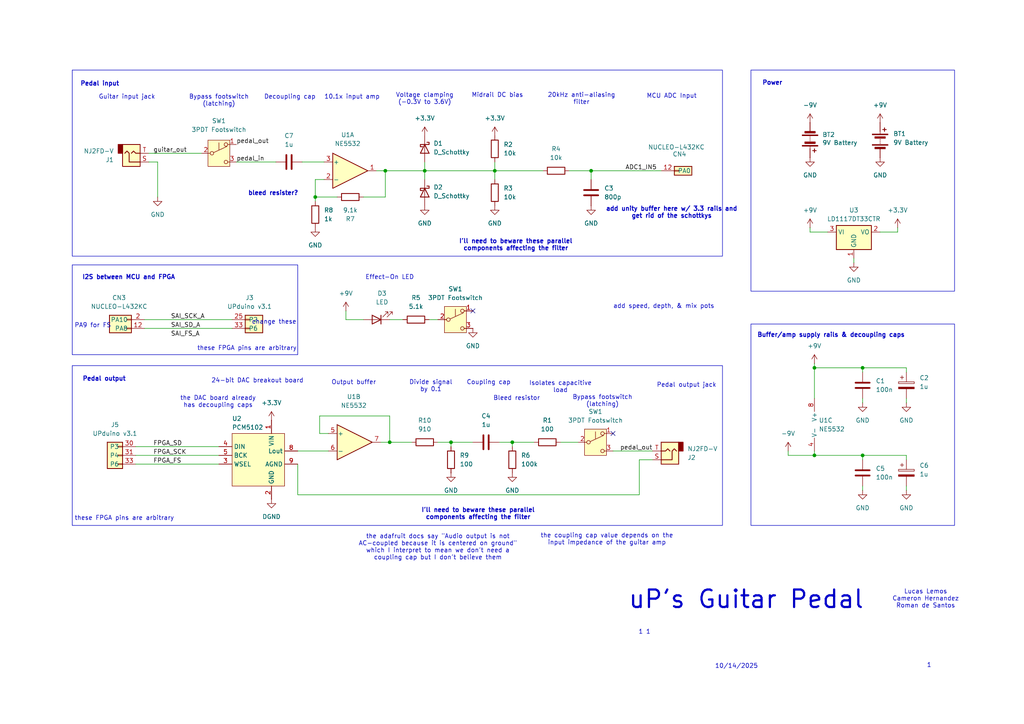
<source format=kicad_sch>
(kicad_sch (version 20250114) (generator "eeschema") (generator_version "9.0")
  (paper "A4")
  (lib_symbols
    (symbol "Amplifier_Operational:NE5532" (pin_names (offset 0.127))
      (property "Reference" "U" (at 0 5.08 0))
      (property "Value" "NE5532" (at 0 -5.08 0))
      (symbol "NE5532_1_1"
        (polyline (pts (xy -5.08 5.08) (xy 5.08 0) (xy -5.08 -5.08) (xy -5.08 5.08)) (stroke (width 0.254)) (fill (type background)))
        (pin input line (at -7.62 2.54 0) (length 2.54) (name "+") (number "3"))
        (pin input line (at -7.62 -2.54 0) (length 2.54) (name "-") (number "2"))
        (pin output line (at 7.62 0 180) (length 2.54) (name "~") (number "1"))
      )
      (symbol "NE5532_2_1"
        (polyline (pts (xy -5.08 5.08) (xy 5.08 0) (xy -5.08 -5.08) (xy -5.08 5.08)) (stroke (width 0.254)) (fill (type background)))
        (pin input line (at -7.62 2.54 0) (length 2.54) (name "+") (number "5"))
        (pin input line (at -7.62 -2.54 0) (length 2.54) (name "-") (number "6"))
        (pin output line (at 7.62 0 180) (length 2.54) (name "~") (number "7"))
      )
      (symbol "NE5532_3_1"
        (pin power_in line (at -2.54 7.62 270) (length 3.81) (name "V+") (number "8"))
        (pin power_in line (at -2.54 -7.62 90) (length 3.81) (name "V-") (number "4"))
      )
    )
    (symbol "Audio:PCM5122PW"
      (property "Reference" "U2" (at -16.51 20.828 0))
      (property "Value" "PCM5122" (at -16.51 18.288 0))
      (symbol "PCM5122PW_0_1"
        (rectangle (start -16.51 16.51) (end -1.27 1.27) (fill (type background)))
      )
      (symbol "PCM5122PW_1_1"
        (pin bidirectional line (at -20.32 12.7 0) (length 3.81) (name "DIN") (number "4"))
        (pin bidirectional line (at -20.32 10.16 0) (length 3.81) (name "BCK") (number "5"))
        (pin bidirectional line (at -20.32 7.62 0) (length 3.81) (name "WSEL") (number "3"))
        (pin bidirectional line (at -5.08 20.32 270) (length 3.81) (name "VIN") (number "1"))
        (pin bidirectional line (at -5.08 -2.54 90) (length 3.81) (name "GND") (number "2"))
        (pin bidirectional line (at 2.54 11.43 180) (length 3.81) (name "Lout") (number "8"))
        (pin bidirectional line (at 2.54 7.62 180) (length 3.81) (name "AGND") (number "9"))
      )
    )
    (symbol "Conn_01x01_1" (pin_names (offset 1.016))
      (property "Reference" "CN4" (at -1.778 4.826 0))
      (property "Value" "NUCLEO-L432KC" (at -8.89 6.858 0))
      (symbol "Conn_01x01_1_1_1"
        (rectangle (start -1.27 1.27) (end 3.81 -1.27) (stroke (width 0.254)) (fill (type background)))
        (rectangle (start -1.27 0.127) (end 0 -0.127) (stroke (width 0.1524)))
        (pin passive line (at -5.08 0 0) (length 3.81) (name "PA0") (number "12"))
      )
    )
    (symbol "Conn_01x02_1" (pin_names (offset 1.016))
      (property "Reference" "J3" (at 0 6.35 0))
      (property "Value" "UPduino v3.1" (at 0 3.81 0))
      (symbol "Conn_01x02_1_1_1"
        (rectangle (start -1.27 1.27) (end 3.81 -3.81) (stroke (width 0.254)) (fill (type background)))
        (rectangle (start -1.27 0.127) (end 0 -0.127) (stroke (width 0.1524)))
        (rectangle (start -1.27 -2.413) (end 0 -2.667) (stroke (width 0.1524)))
        (pin bidirectional line (at -5.08 0 0) (length 3.81) (name "P2") (number "25"))
        (pin bidirectional line (at -5.08 -2.54 0) (length 3.81) (name "P6") (number "33"))
      )
    )
    (symbol "Connector_Audio:NJ2FD-V"
      (property "Reference" "J" (at 0 8.89 0))
      (property "Value" "NJ2FD-V" (at 0 6.35 0))
      (symbol "NJ2FD-V_0_1"
        (rectangle (start -3.81 0) (end -2.54 -2.54) (stroke (width 0.254)) (fill (type outline)))
        (rectangle (start -2.54 3.81) (end 2.54 -2.54) (stroke (width 0.254)) (fill (type background)))
        (polyline (pts (xy 0 0) (xy 0.635 -0.635) (xy 1.27 0) (xy 2.54 0)) (stroke (width 0.254)))
        (polyline (pts (xy 2.54 2.54) (xy -0.635 2.54) (xy -0.635 0) (xy -1.27 -0.635) (xy -1.905 0)) (stroke (width 0.254)))
      )
      (symbol "NJ2FD-V_1_1"
        (pin passive line (at 5.08 2.54 180) (length 2.54) (name "~") (number "S"))
        (pin passive line (at 5.08 0 180) (length 2.54) (name "~") (number "T"))
      )
    )
    (symbol "Connector_Generic:Conn_01x02" (pin_names (offset 1.016))
      (property "Reference" "CN3" (at 0 6.35 0))
      (property "Value" "NUCLEO-L432KC" (at 0 3.81 0))
      (symbol "Conn_01x02_1_1"
        (rectangle (start -1.27 1.27) (end 5.08 -3.81) (stroke (width 0.254)) (fill (type background)))
        (rectangle (start -1.27 0.127) (end 0 -0.127) (stroke (width 0.1524)))
        (rectangle (start -1.27 -2.413) (end 0 -2.667) (stroke (width 0.1524)))
        (pin bidirectional line (at -5.08 0 0) (length 3.81) (name "PA10") (number "2"))
        (pin bidirectional line (at -5.08 -2.54 0) (length 3.81) (name "PA8") (number "12"))
      )
    )
    (symbol "Connector_Generic:Conn_01x03" (pin_names (offset 1.016))
      (property "Reference" "J5" (at 0 8.89 0))
      (property "Value" "Conn_01x03" (at 0 6.35 0))
      (symbol "Conn_01x03_1_1"
        (rectangle (start -1.27 3.81) (end 3.175 -3.81) (stroke (width 0.254)) (fill (type background)))
        (rectangle (start -1.27 2.667) (end 0 2.413) (stroke (width 0.1524)))
        (rectangle (start -1.27 0.127) (end 0 -0.127) (stroke (width 0.1524)))
        (rectangle (start -1.27 -2.413) (end 0 -2.667) (stroke (width 0.1524)))
        (pin passive line (at -5.08 2.54 0) (length 3.81) (name "P3") (number "30"))
        (pin passive line (at -5.08 0 0) (length 3.81) (name "P4") (number "31"))
        (pin passive line (at -5.08 -2.54 0) (length 3.81) (name "P6") (number "33"))
      )
    )
    (symbol "Device:Battery" (pin_numbers (hide yes)) (pin_names (offset 0) (hide yes))
      (property "Reference" "BT" (at 2.54 2.54 0))
      (property "Value" "Battery" (at 2.54 0 0))
      (symbol "Battery_0_1"
        (rectangle (start -2.286 1.778) (end 2.286 1.524) (fill (type outline)))
        (rectangle (start -2.286 -1.27) (end 2.286 -1.524) (fill (type outline)))
        (rectangle (start -1.524 1.016) (end 1.524 0.508) (fill (type outline)))
        (rectangle (start -1.524 -2.032) (end 1.524 -2.54) (fill (type outline)))
        (polyline (pts (xy 0 1.778) (xy 0 2.54)))
        (polyline (pts (xy 0 0) (xy 0 0.254)))
        (polyline (pts (xy 0 -0.508) (xy 0 -0.254)))
        (polyline (pts (xy 0 -1.016) (xy 0 -0.762)))
        (polyline (pts (xy 0.762 3.048) (xy 1.778 3.048)) (stroke (width 0.254)))
        (polyline (pts (xy 1.27 3.556) (xy 1.27 2.54)) (stroke (width 0.254)))
      )
      (symbol "Battery_1_1"
        (pin passive line (at 0 5.08 270) (length 2.54) (name "+") (number "1"))
        (pin passive line (at 0 -5.08 90) (length 2.54) (name "-") (number "2"))
      )
    )
    (symbol "Device:C" (pin_numbers (hide yes)) (pin_names (offset 0.254))
      (property "Reference" "C" (at 0.635 2.54 0))
      (property "Value" "C" (at 0.635 -2.54 0))
      (symbol "C_0_1"
        (polyline (pts (xy -2.032 0.762) (xy 2.032 0.762)) (stroke (width 0.508)))
        (polyline (pts (xy -2.032 -0.762) (xy 2.032 -0.762)) (stroke (width 0.508)))
      )
      (symbol "C_1_1"
        (pin passive line (at 0 3.81 270) (length 2.794) (name "~") (number "1"))
        (pin passive line (at 0 -3.81 90) (length 2.794) (name "~") (number "2"))
      )
    )
    (symbol "Device:C_Polarized" (pin_numbers (hide yes)) (pin_names (offset 0.254))
      (property "Reference" "C" (at 0.635 2.54 0))
      (property "Value" "C_Polarized" (at 0.635 -2.54 0))
      (symbol "C_Polarized_0_1"
        (rectangle (start -2.286 0.508) (end 2.286 1.016))
        (polyline (pts (xy -1.778 2.286) (xy -0.762 2.286)))
        (polyline (pts (xy -1.27 2.794) (xy -1.27 1.778)))
        (rectangle (start 2.286 -0.508) (end -2.286 -1.016) (fill (type outline)))
      )
      (symbol "C_Polarized_1_1"
        (pin passive line (at 0 3.81 270) (length 2.794) (name "~") (number "1"))
        (pin passive line (at 0 -3.81 90) (length 2.794) (name "~") (number "2"))
      )
    )
    (symbol "Device:D_Schottky" (pin_numbers (hide yes)) (pin_names (offset 1.016) (hide yes))
      (property "Reference" "D" (at 0 2.54 0))
      (property "Value" "D_Schottky" (at 0 -2.54 0))
      (symbol "D_Schottky_0_1"
        (polyline (pts (xy -1.905 0.635) (xy -1.905 1.27) (xy -1.27 1.27) (xy -1.27 -1.27) (xy -0.635 -1.27) (xy -0.635 -0.635)) (stroke (width 0.254)))
        (polyline (pts (xy 1.27 1.27) (xy 1.27 -1.27) (xy -1.27 0) (xy 1.27 1.27)) (stroke (width 0.254)))
        (polyline (pts (xy 1.27 0) (xy -1.27 0)))
      )
      (symbol "D_Schottky_1_1"
        (pin passive line (at -3.81 0 0) (length 2.54) (name "K") (number "1"))
        (pin passive line (at 3.81 0 180) (length 2.54) (name "A") (number "2"))
      )
    )
    (symbol "Device:LED" (pin_numbers (hide yes)) (pin_names (offset 1.016) (hide yes))
      (property "Reference" "D" (at 0 2.54 0))
      (property "Value" "LED" (at 0 -2.54 0))
      (symbol "LED_0_1"
        (polyline (pts (xy -3.048 -0.762) (xy -4.572 -2.286) (xy -3.81 -2.286) (xy -4.572 -2.286) (xy -4.572 -1.524)))
        (polyline (pts (xy -1.778 -0.762) (xy -3.302 -2.286) (xy -2.54 -2.286) (xy -3.302 -2.286) (xy -3.302 -1.524)))
        (polyline (pts (xy -1.27 0) (xy 1.27 0)))
        (polyline (pts (xy -1.27 -1.27) (xy -1.27 1.27)) (stroke (width 0.254)))
        (polyline (pts (xy 1.27 -1.27) (xy 1.27 1.27) (xy -1.27 0) (xy 1.27 -1.27)) (stroke (width 0.254)))
      )
      (symbol "LED_1_1"
        (pin passive line (at -3.81 0 0) (length 2.54) (name "K") (number "1"))
        (pin passive line (at 3.81 0 180) (length 2.54) (name "A") (number "2"))
      )
    )
    (symbol "Device:R" (pin_numbers (hide yes)) (pin_names (offset 0))
      (property "Reference" "R" (at 2.032 0 90))
      (property "Value" "R" (at 0 0 90))
      (symbol "R_0_1"
        (rectangle (start -1.016 -2.54) (end 1.016 2.54) (stroke (width 0.254)))
      )
      (symbol "R_1_1"
        (pin passive line (at 0 3.81 270) (length 1.27) (name "~") (number "1"))
        (pin passive line (at 0 -3.81 90) (length 1.27) (name "~") (number "2"))
      )
    )
    (symbol "Regulator_Linear:LD1117V33"
      (property "Reference" "U" (at -3.81 3.175 0))
      (property "Value" "LD1117V33" (at 0 3.175 0))
      (symbol "LD1117V33_0_1"
        (rectangle (start -5.08 -5.08) (end 5.08 1.905) (stroke (width 0.254)) (fill (type background)))
      )
      (symbol "LD1117V33_1_1"
        (pin power_in line (at -7.62 0 0) (length 2.54) (name "VI") (number "3"))
        (pin power_in line (at 0 -7.62 90) (length 2.54) (name "GND") (number "1"))
        (pin power_out line (at 7.62 0 180) (length 2.54) (name "VO") (number "2"))
      )
    )
    (symbol "Switch:SW_Push_SPDT" (pin_names (offset 0) (hide yes))
      (property "Reference" "SW" (at 0 5.08 0))
      (property "Value" "SW_Push_SPDT" (at 0 -5.08 0))
      (symbol "SW_Push_SPDT_0_0"
        (circle (center -2.032 0) (radius 0.508))
        (polyline (pts (xy 0 1.016) (xy 0 3.048)))
        (circle (center 2.032 -2.54) (radius 0.508))
      )
      (symbol "SW_Push_SPDT_0_1"
        (polyline (pts (xy -1.524 0.2032) (xy 2.3368 1.9812)))
        (circle (center 2.032 2.54) (radius 0.508))
      )
      (symbol "SW_Push_SPDT_1_1"
        (rectangle (start -3.175 3.81) (end 3.175 -3.81) (fill (type background)))
        (pin passive line (at -5.08 0 0) (length 2.54) (name "B") (number "2"))
        (pin passive line (at 5.08 2.54 180) (length 2.54) (name "A") (number "1"))
        (pin passive line (at 5.08 -2.54 180) (length 2.54) (name "C") (number "3"))
      )
    )
    (symbol "power:+3.3V" (power) (pin_numbers (hide yes)) (pin_names (offset 0) (hide yes))
      (property "Value" "+3.3V" (at 0 3.556 0))
      (symbol "+3.3V_0_1"
        (polyline (pts (xy -0.762 1.27) (xy 0 2.54)))
        (polyline (pts (xy 0 2.54) (xy 0.762 1.27)))
        (polyline (pts (xy 0 0) (xy 0 2.54)))
      )
      (symbol "+3.3V_1_1"
        (pin power_in line (at 0 0 90) (length 0) (name "~") (number "1"))
      )
    )
    (symbol "power:+9V" (power) (pin_numbers (hide yes)) (pin_names (offset 0) (hide yes))
      (property "Value" "+9V" (at 0 3.556 0))
      (symbol "+9V_0_1"
        (polyline (pts (xy -0.762 1.27) (xy 0 2.54)))
        (polyline (pts (xy 0 2.54) (xy 0.762 1.27)))
        (polyline (pts (xy 0 0) (xy 0 2.54)))
      )
      (symbol "+9V_1_1"
        (pin power_in line (at 0 0 90) (length 0) (name "~") (number "1"))
      )
    )
    (symbol "power:GND" (power) (pin_numbers (hide yes)) (pin_names (offset 0) (hide yes))
      (property "Value" "GND" (at 0 -3.81 0))
      (symbol "GND_0_1"
        (polyline (pts (xy 0 0) (xy 0 -1.27) (xy 1.27 -1.27) (xy 0 -2.54) (xy -1.27 -1.27) (xy 0 -1.27)))
      )
      (symbol "GND_1_1"
        (pin power_in line (at 0 0 270) (length 0) (name "~") (number "1"))
      )
    )
  )
  (rectangle (start 20.955 76.835) (end 86.36 102.87))
  (rectangle (start 217.805 93.98) (end 276.86 152.4))
  (rectangle (start 20.955 20.32) (end 209.55 74.295))
  (rectangle (start 217.805 20.32) (end 276.86 84.455))
  (rectangle (start 20.955 106.045) (end 209.55 152.4))
  (text "10/14/2025" (at 213.614 193.294 0) (effects (font (size 1.27 1.27))))
  (text "uP's Guitar Pedal" (at 216.408 173.99 0) (effects (font (size 5.08 5.08) (thickness 0.635))))
  (text "Buffer/amp supply rails & decoupling caps" (at 241.046 97.282 0) (effects (font (size 1.27 1.27) (thickness 0.254) (bold yes))))
  (text "Pedal output jack" (at 199.136 111.76 0) (effects (font (size 1.27 1.27))))
  (text "PA9 for FS" (at 26.924 94.488 0) (effects (font (size 1.27 1.27))))
  (text "the adafruit docs say \"Audio output is not\nAC-coupled because it is centered on ground\"\nwhich I interpret to mean we don't need a\ncoupling cap but I don't believe them" (at 127 158.75 0) (effects (font (size 1.27 1.27))))
  (text "Lucas Lemos\nCameron Hernandez\nRoman de Santos" (at 268.478 173.736 0) (effects (font (size 1.27 1.27))))
  (text "10.1x input amp" (at 102.108 28.194 0) (effects (font (size 1.27 1.27))))
  (text "20kHz anti-aliasing\nfilter" (at 168.656 28.702 0) (effects (font (size 1.27 1.27))))
  (text "add speed, depth, & mix pots" (at 192.532 88.9 0) (effects (font (size 1.27 1.27))))
  (text "Bypass footswitch\n(latching)" (at 174.752 116.332 0) (effects (font (size 1.27 1.27))))
  (text "Output buffer" (at 102.616 110.998 0) (effects (font (size 1.27 1.27))))
  (text "these FPGA pins are arbitrary" (at 71.628 101.092 0) (effects (font (size 1.27 1.27))))
  (text "Power" (at 224.028 24.13 0) (effects (font (size 1.27 1.27) (thickness 0.254) (bold yes))))
  (text "Isolates capacitive\nload" (at 162.56 112.268 0) (effects (font (size 1.27 1.27))))
  (text "the DAC board already\nhas decoupling caps" (at 63.246 116.586 0) (effects (font (size 1.27 1.27))))
  (text "change these" (at 79.502 93.472 0) (effects (font (size 1.27 1.27))))
  (text "I'll need to beware these parallel\ncomponents affecting the filter" (at 138.684 149.098 0) (effects (font (size 1.27 1.27) (thickness 0.254) (bold yes))))
  (text "24-bit DAC breakout board" (at 74.676 110.49 0) (effects (font (size 1.27 1.27))))
  (text "Midrail DC bias" (at 144.272 27.686 0) (effects (font (size 1.27 1.27))))
  (text "bleed resister?" (at 79.248 56.134 0) (effects (font (size 1.27 1.27) (thickness 0.254) (bold yes))))
  (text "1 1" (at 186.944 183.388 0) (effects (font (size 1.27 1.27))))
  (text "Voltage clamping\n(-0.3V to 3.6V)" (at 123.19 28.702 0) (effects (font (size 1.27 1.27))))
  (text "Guitar input jack" (at 36.83 28.194 0) (effects (font (size 1.27 1.27))))
  (text "Coupling cap" (at 141.732 110.998 0) (effects (font (size 1.27 1.27))))
  (text "I'll need to beware these parallel\ncomponents affecting the filter" (at 149.606 71.12 0) (effects (font (size 1.27 1.27) (thickness 0.254) (bold yes))))
  (text "the coupling cap value depends on the\ninput impedance of the guitar amp" (at 176.022 156.464 0) (effects (font (size 1.27 1.27))))
  (text "Bleed resistor" (at 149.86 115.57 0) (effects (font (size 1.27 1.27))))
  (text "Pedal input" (at 28.956 24.384 0) (effects (font (size 1.27 1.27) (thickness 0.254) (bold yes))))
  (text "add unity buffer here w/ 3.3 rails and\nget rid of the schottkys" (at 194.818 61.722 0) (effects (font (size 1.27 1.27) (thickness 0.254) (bold yes))))
  (text "these FPGA pins are arbitrary" (at 36.068 150.368 0) (effects (font (size 1.27 1.27))))
  (text "1" (at 269.494 193.04 0) (effects (font (size 1.27 1.27))))
  (text "Bypass footswitch\n(latching)" (at 63.5 29.21 0) (effects (font (size 1.27 1.27))))
  (text "MCU ADC Input" (at 194.818 27.94 0) (effects (font (size 1.27 1.27))))
  (text "Decoupling cap" (at 84.074 28.194 0) (effects (font (size 1.27 1.27))))
  (text "I2S between MCU and FPGA" (at 37.338 80.518 0) (effects (font (size 1.27 1.27) (thickness 0.254) (bold yes))))
  (text "Effect-On LED" (at 113.03 80.518 0) (effects (font (size 1.27 1.27))))
  (text "Divide signal\nby 0.1" (at 124.968 112.014 0) (effects (font (size 1.27 1.27))))
  (text "Pedal output" (at 30.226 109.982 0) (effects (font (size 1.27 1.27) (thickness 0.254) (bold yes))))
  (junction (at 91.44 57.15))
  (junction (at 130.81 128.27))
  (junction (at 111.76 49.53))
  (junction (at 236.22 106.68))
  (junction (at 143.51 49.53))
  (junction (at 171.45 49.53))
  (junction (at 236.22 132.08))
  (junction (at 123.19 49.53))
  (junction (at 250.19 132.08))
  (junction (at 113.03 128.27))
  (junction (at 148.59 128.27))
  (junction (at 250.19 106.68))
  (no_connect (at 137.16 90.17))
  (no_connect (at 177.8 125.73))
  (wire (pts (xy 123.19 49.53) (xy 123.19 52.07)))
  (wire (pts (xy 143.51 49.53) (xy 143.51 52.07)))
  (wire (pts (xy 100.33 92.71) (xy 105.41 92.71)))
  (wire (pts (xy 148.59 128.27) (xy 154.94 128.27)))
  (wire (pts (xy 255.27 67.31) (xy 260.35 67.31)))
  (wire (pts (xy 234.95 67.31) (xy 240.03 67.31)))
  (wire (pts (xy 95.25 125.73) (xy 92.71 125.73)))
  (wire (pts (xy 262.89 140.97) (xy 262.89 142.24)))
  (wire (pts (xy 109.22 49.53) (xy 111.76 49.53)))
  (wire (pts (xy 143.51 49.53) (xy 143.51 46.99)))
  (wire (pts (xy 124.46 92.71) (xy 127 92.71)))
  (wire (pts (xy 113.03 120.65) (xy 113.03 128.27)))
  (wire (pts (xy 91.44 58.42) (xy 91.44 57.15)))
  (wire (pts (xy 91.44 52.07) (xy 93.98 52.07)))
  (wire (pts (xy 111.76 49.53) (xy 123.19 49.53)))
  (wire (pts (xy 86.36 143.51) (xy 86.36 134.62)))
  (wire (pts (xy 41.91 92.71) (xy 67.31 92.71)))
  (wire (pts (xy 123.19 49.53) (xy 123.19 46.99)))
  (wire (pts (xy 123.19 49.53) (xy 143.51 49.53)))
  (wire (pts (xy 247.65 74.93) (xy 247.65 76.2)))
  (wire (pts (xy 262.89 107.95) (xy 262.89 106.68)))
  (wire (pts (xy 185.42 133.35) (xy 185.42 143.51)))
  (wire (pts (xy 100.33 92.71) (xy 100.33 90.17)))
  (wire (pts (xy 113.03 92.71) (xy 116.84 92.71)))
  (wire (pts (xy 111.76 57.15) (xy 111.76 49.53)))
  (wire (pts (xy 236.22 106.68) (xy 250.19 106.68)))
  (wire (pts (xy 228.6 132.08) (xy 228.6 130.81)))
  (wire (pts (xy 130.81 128.27) (xy 137.16 128.27)))
  (wire (pts (xy 250.19 106.68) (xy 262.89 106.68)))
  (wire (pts (xy 87.63 46.99) (xy 93.98 46.99)))
  (wire (pts (xy 250.19 133.35) (xy 250.19 132.08)))
  (wire (pts (xy 86.36 130.81) (xy 95.25 130.81)))
  (wire (pts (xy 228.6 132.08) (xy 236.22 132.08)))
  (wire (pts (xy 236.22 132.08) (xy 236.22 130.81)))
  (wire (pts (xy 144.78 128.27) (xy 148.59 128.27)))
  (wire (pts (xy 236.22 105.41) (xy 236.22 106.68)))
  (wire (pts (xy 45.72 46.99) (xy 45.72 57.15)))
  (wire (pts (xy 43.18 44.45) (xy 58.42 44.45)))
  (wire (pts (xy 177.8 130.81) (xy 189.23 130.81)))
  (wire (pts (xy 234.95 66.04) (xy 234.95 67.31)))
  (wire (pts (xy 250.19 140.97) (xy 250.19 142.24)))
  (wire (pts (xy 250.19 107.95) (xy 250.19 106.68)))
  (wire (pts (xy 127 128.27) (xy 130.81 128.27)))
  (wire (pts (xy 148.59 128.27) (xy 148.59 129.54)))
  (wire (pts (xy 171.45 49.53) (xy 191.77 49.53)))
  (wire (pts (xy 262.89 115.57) (xy 262.89 116.84)))
  (wire (pts (xy 39.37 129.54) (xy 63.5 129.54)))
  (wire (pts (xy 43.18 46.99) (xy 45.72 46.99)))
  (wire (pts (xy 236.22 106.68) (xy 236.22 115.57)))
  (wire (pts (xy 236.22 132.08) (xy 250.19 132.08)))
  (wire (pts (xy 92.71 125.73) (xy 92.71 120.65)))
  (wire (pts (xy 250.19 132.08) (xy 262.89 132.08)))
  (wire (pts (xy 143.51 49.53) (xy 157.48 49.53)))
  (wire (pts (xy 113.03 128.27) (xy 119.38 128.27)))
  (wire (pts (xy 162.56 128.27) (xy 167.64 128.27)))
  (wire (pts (xy 97.79 57.15) (xy 91.44 57.15)))
  (wire (pts (xy 110.49 128.27) (xy 113.03 128.27)))
  (wire (pts (xy 260.35 66.04) (xy 260.35 67.31)))
  (wire (pts (xy 262.89 133.35) (xy 262.89 132.08)))
  (wire (pts (xy 105.41 57.15) (xy 111.76 57.15)))
  (wire (pts (xy 92.71 120.65) (xy 113.03 120.65)))
  (wire (pts (xy 165.1 49.53) (xy 171.45 49.53)))
  (wire (pts (xy 171.45 52.07) (xy 171.45 49.53)))
  (wire (pts (xy 39.37 134.62) (xy 63.5 134.62)))
  (wire (pts (xy 189.23 133.35) (xy 185.42 133.35)))
  (wire (pts (xy 91.44 57.15) (xy 91.44 52.07)))
  (wire (pts (xy 68.58 46.99) (xy 80.01 46.99)))
  (wire (pts (xy 41.91 95.25) (xy 67.31 95.25)))
  (wire (pts (xy 39.37 132.08) (xy 63.5 132.08)))
  (wire (pts (xy 130.81 128.27) (xy 130.81 129.54)))
  (wire (pts (xy 250.19 115.57) (xy 250.19 116.84)))
  (wire (pts (xy 86.36 143.51) (xy 185.42 143.51)))
  (label "SAI_SD_A" (at 49.53 95.25 0))
  (label "FPGA_FS" (at 44.45 134.62 0))
  (label "pedal_out" (at 189.23 130.81 180))
  (label "pedal_in" (at 68.58 46.99 0))
  (label "FPGA_SCK" (at 44.45 132.08 0))
  (label "SAI_FS_A" (at 49.53 97.79 0))
  (label "SAI_SCK_A" (at 49.53 92.71 0))
  (label "ADC1_IN5" (at 190.5 49.53 180))
  (label "guitar_out" (at 44.45 44.45 0))
  (label "FPGA_SD" (at 44.45 129.54 0))
  (label "pedal_out" (at 68.58 41.91 0))
  (symbol (lib_id "Device:C_Polarized") (at 262.89 137.16 0) (unit 1)
    (property "Reference" "C6" (at 266.7 135.0009 0) (effects (justify left)))
    (property "Value" "1u" (at 266.7 137.5409 0) (effects (justify left)))
    (property "Description" "Polarized capacitor" (effects (hide yes)))
  )
  (symbol (lib_id "Device:C") (at 250.19 137.16 0) (unit 1)
    (property "Reference" "C5" (at 254 135.8899 0) (effects (justify left)))
    (property "Value" "100n" (at 254 138.4299 0) (effects (justify left)))
    (property "Description" "Unpolarized capacitor" (effects (hide yes)))
  )
  (symbol (lib_id "power:GND") (at 45.72 57.15 0) (unit 1)
    (property "Reference" "#PWR07" (effects (hide yes)))
    (property "Value" "GND" (at 45.72 62.23 0))
    (property "Description" "Power symbol creates a global label with name \"GND\" , ground" (effects (hide yes)))
  )
  (symbol (lib_id "Regulator_Linear:LD1117V33") (at 247.65 67.31 0) (unit 1)
    (property "Reference" "U3" (at 247.65 60.96 0))
    (property "Value" "LD1117DT33CTR" (at 247.65 63.5 0))
    (property "Footprint" "Package_TO_SOT_THT:TO-220-3_Vertical" (effects (hide yes)))
    (property "Datasheet" "https://www.st.com/resource/en/datasheet/ld1117.pdf" (effects (hide yes)))
    (property "Description" "800 mA Fixed Low Drop Positive Voltage Regulator (ldo). Max input 15V. Fixed Output 3.3V. TO-220-3" (effects (hide yes)))
  )
  (symbol (lib_id "power:GND") (at 78.74 144.78 0) (unit 1)
    (property "Reference" "#PWR017" (effects (hide yes)))
    (property "Value" "DGND" (at 78.74 149.86 0))
    (property "Description" "Power symbol creates a global label with name \"GND\" , ground" (effects (hide yes)))
  )
  (symbol (lib_id "power:GND") (at 234.95 45.72 0) (unit 1)
    (property "Reference" "#PWR020" (effects (hide yes)))
    (property "Value" "GND" (at 234.95 50.8 0))
    (property "Description" "Power symbol creates a global label with name \"GND\" , ground" (effects (hide yes)))
  )
  (symbol (lib_id "power:GND") (at 123.19 59.69 0) (unit 1)
    (property "Reference" "#PWR011" (effects (hide yes)))
    (property "Value" "GND" (at 123.19 64.77 0))
    (property "Description" "Power symbol creates a global label with name \"GND\" , ground" (effects (hide yes)))
  )
  (symbol (lib_id "Device:R") (at 91.44 62.23 180) (unit 1)
    (property "Reference" "R8" (at 93.98 60.9599 0) (effects (justify right)))
    (property "Value" "1k" (at 93.98 63.4999 0) (effects (justify right)))
    (property "Description" "Resistor" (effects (hide yes)))
  )
  (symbol (lib_id "power:GND") (at 262.89 142.24 0) (unit 1)
    (property "Reference" "#PWR022" (effects (hide yes)))
    (property "Value" "GND" (at 262.89 147.32 0))
    (property "Description" "Power symbol creates a global label with name \"GND\" , ground" (effects (hide yes)))
  )
  (symbol (lib_id "power:GND") (at 247.65 76.2 0) (unit 1)
    (property "Reference" "#PWR013" (effects (hide yes)))
    (property "Value" "GND" (at 247.65 81.28 0))
    (property "Description" "Power symbol creates a global label with name \"GND\" , ground" (effects (hide yes)))
  )
  (symbol (lib_id "power:+3.3V") (at 143.51 39.37 0) (unit 1)
    (property "Reference" "#PWR05" (effects (hide yes)))
    (property "Value" "+3.3V" (at 143.51 34.29 0))
    (property "Description" "Power symbol creates a global label with name \"+3.3V\"" (effects (hide yes)))
  )
  (symbol (lib_id "Amplifier_Operational:NE5532") (at 102.87 128.27 0) (unit 2)
    (property "Reference" "U1" (at 102.616 115.062 0))
    (property "Value" "NE5532" (at 102.616 117.602 0))
    (property "Datasheet" "http://www.ti.com/lit/ds/symlink/ne5532.pdf" (effects (hide yes)))
    (property "Description" "Dual Low-Noise Operational Amplifiers, DIP-8/SOIC-8" (effects (hide yes)))
  )
  (symbol (lib_id "power:+3.3V") (at 260.35 66.04 0) (unit 1)
    (property "Reference" "#PWR015" (effects (hide yes)))
    (property "Value" "+3.3V" (at 260.35 60.96 0))
    (property "Description" "Power symbol creates a global label with name \"+3.3V\"" (effects (hide yes)))
  )
  (symbol (lib_id "Switch:SW_Push_SPDT") (at 63.5 44.45 0) (unit 1)
    (property "Reference" "SW1" (at 63.5 35.052 0))
    (property "Value" "3PDT Footswitch" (at 63.5 37.592 0))
    (property "Description" "Momentary Switch, single pole double throw" (effects (hide yes)))
  )
  (symbol (lib_id "Connector_Audio:NJ2FD-V") (at 38.1 44.45 0) (mirror x) (unit 1)
    (property "Reference" "J1" (at 33.02 46.3551 0) (effects (justify right)))
    (property "Value" "NJ2FD-V" (at 33.02 43.8151 0) (effects (justify right)))
    (property "Footprint" "Connector_Audio:Jack_6.35mm_Neutrik_NJ2FD-V_Vertical" (effects (hide yes)))
    (property "Datasheet" "https://www.neutrik.com/en/product/nj2fd-v" (effects (hide yes)))
    (property "Description" "6.35mm (1/4 in) Vertical Jack, Non-switching mono jack (T/S)" (effects (hide yes)))
  )
  (symbol (lib_id "Device:C") (at 140.97 128.27 90) (unit 1)
    (property "Reference" "C4" (at 140.97 120.65 90))
    (property "Value" "1u" (at 140.97 123.19 90))
    (property "Description" "Unpolarized capacitor" (effects (hide yes)))
  )
  (symbol (lib_id "Device:R") (at 143.51 43.18 180) (unit 1)
    (property "Reference" "R2" (at 146.05 41.9099 0) (effects (justify right)))
    (property "Value" "10k" (at 146.05 44.4499 0) (effects (justify right)))
    (property "Description" "Resistor" (effects (hide yes)))
  )
  (symbol (lib_id "Amplifier_Operational:NE5532") (at 238.76 123.19 0) (unit 3)
    (property "Reference" "U1" (at 237.49 121.9199 0) (effects (justify left)))
    (property "Value" "NE5532" (at 237.49 124.4599 0) (effects (justify left)))
    (property "Datasheet" "http://www.ti.com/lit/ds/symlink/ne5532.pdf" (effects (hide yes)))
    (property "Description" "Dual Low-Noise Operational Amplifiers, DIP-8/SOIC-8" (effects (hide yes)))
  )
  (symbol (lib_id "Device:R") (at 158.75 128.27 90) (unit 1)
    (property "Reference" "R1" (at 158.75 121.92 90))
    (property "Value" "100" (at 158.75 124.46 90))
    (property "Description" "Resistor" (effects (hide yes)))
  )
  (symbol (lib_id "power:+3.3V") (at 78.74 121.92 0) (unit 1)
    (property "Reference" "#PWR012" (effects (hide yes)))
    (property "Value" "+3.3V" (at 78.74 116.84 0))
    (property "Description" "Power symbol creates a global label with name \"+3.3V\"" (effects (hide yes)))
  )
  (symbol (lib_id "Device:R") (at 120.65 92.71 90) (unit 1)
    (property "Reference" "R5" (at 120.65 86.36 90))
    (property "Value" "5.1k" (at 120.65 88.9 90))
    (property "Description" "Resistor" (effects (hide yes)))
  )
  (symbol (lib_id "power:+9V") (at 100.33 90.17 0) (unit 1)
    (property "Reference" "#PWR026" (effects (hide yes)))
    (property "Value" "+9V" (at 100.33 85.09 0))
    (property "Description" "Power symbol creates a global label with name \"+9V\"" (effects (hide yes)))
  )
  (symbol (lib_id "Device:C_Polarized") (at 262.89 111.76 0) (unit 1)
    (property "Reference" "C2" (at 266.7 109.6009 0) (effects (justify left)))
    (property "Value" "1u" (at 266.7 112.1409 0) (effects (justify left)))
    (property "Description" "Polarized capacitor" (effects (hide yes)))
  )
  (symbol (lib_name "Conn_01x02_1") (lib_id "Connector_Generic:Conn_01x02") (at 72.39 92.71 0) (unit 1)
    (property "Reference" "J3" (at 72.39 86.36 0))
    (property "Value" "UPduino v3.1" (at 72.39 88.9 0))
    (property "Description" "Generic connector, single row, 01x02, script generated (kicad-library-utils/schlib/autogen/connector/)" (effects (hide yes)))
  )
  (symbol (lib_id "Connector_Generic:Conn_01x03") (at 34.29 132.08 0) (mirror y) (unit 1)
    (property "Reference" "J5" (at 33.3375 123.19 0))
    (property "Value" "UPduino v3.1" (at 33.3375 125.73 0))
    (property "Description" "Generic connector, single row, 01x03, script generated (kicad-library-utils/schlib/autogen/connector/)" (effects (hide yes)))
  )
  (symbol (lib_id "power:GND") (at 137.16 95.25 0) (unit 1)
    (property "Reference" "#PWR019" (effects (hide yes)))
    (property "Value" "GND" (at 137.16 100.33 0))
    (property "Description" "Power symbol creates a global label with name \"GND\" , ground" (effects (hide yes)))
  )
  (symbol (lib_id "Audio:PCM5122PW") (at 83.82 142.24 0) (unit 1)
    (property "Reference" "U2" (at 67.31 121.412 0) (effects (justify left)))
    (property "Value" "PCM5102" (at 67.31 123.952 0) (effects (justify left)))
    (property "Footprint" "Package_SO:TSSOP-28_4.4x9.7mm_P0.65mm" (effects (hide yes)))
    (property "Datasheet" "https://www.ti.com/lit/ds/symlink/pcm5102.pdf?ts=1760953965467" (effects (hide yes)))
    (property "Description" "2VRMS DirectPath, 112dB Audio Stereo DAC with 32-bit, 384kHz PCM Interface, TSSOP-28" (effects (hide yes)))
    (property "Breakout" "https://www.adafruit.com/product/6251" (effects (hide yes)))
  )
  (symbol (lib_id "power:+9V") (at 255.27 35.56 0) (unit 1)
    (property "Reference" "#PWR02" (effects (hide yes)))
    (property "Value" "+9V" (at 255.27 30.48 0))
    (property "Description" "Power symbol creates a global label with name \"+9V\"" (effects (hide yes)))
  )
  (symbol (lib_id "Device:Battery") (at 255.27 40.64 0) (unit 1)
    (property "Reference" "BT1" (at 259.08 38.7984 0) (effects (justify left)))
    (property "Value" "9V Battery" (at 259.08 41.3384 0) (effects (justify left)))
    (property "Description" "Multiple-cell battery" (effects (hide yes)))
  )
  (symbol (lib_id "power:+3.3V") (at 123.19 39.37 0) (unit 1)
    (property "Reference" "#PWR016" (effects (hide yes)))
    (property "Value" "+3.3V" (at 123.19 34.29 0))
    (property "Description" "Power symbol creates a global label with name \"+3.3V\"" (effects (hide yes)))
  )
  (symbol (lib_id "Device:Battery") (at 234.95 40.64 0) (mirror x) (unit 1)
    (property "Reference" "BT2" (at 238.506 39.0524 0) (effects (justify left)))
    (property "Value" "9V Battery" (at 238.506 41.402 0) (effects (justify left)))
    (property "Description" "Multiple-cell battery" (effects (hide yes)))
  )
  (symbol (lib_id "power:GND") (at 250.19 142.24 0) (unit 1)
    (property "Reference" "#PWR04" (effects (hide yes)))
    (property "Value" "GND" (at 250.19 147.32 0))
    (property "Description" "Power symbol creates a global label with name \"GND\" , ground" (effects (hide yes)))
  )
  (symbol (lib_id "Device:D_Schottky") (at 123.19 43.18 270) (unit 1)
    (property "Reference" "D1" (at 125.73 41.5924 90) (effects (justify left)))
    (property "Value" "D_Schottky" (at 125.73 44.1324 90) (effects (justify left)))
    (property "Description" "Schottky diode" (effects (hide yes)))
  )
  (symbol (lib_id "power:GND") (at 262.89 116.84 0) (unit 1)
    (property "Reference" "#PWR09" (effects (hide yes)))
    (property "Value" "GND" (at 262.89 121.92 0))
    (property "Description" "Power symbol creates a global label with name \"GND\" , ground" (effects (hide yes)))
  )
  (symbol (lib_id "Device:C") (at 250.19 111.76 0) (unit 1)
    (property "Reference" "C1" (at 254 110.4899 0) (effects (justify left)))
    (property "Value" "100n" (at 254 113.0299 0) (effects (justify left)))
    (property "Description" "Unpolarized capacitor" (effects (hide yes)))
  )
  (symbol (lib_id "Switch:SW_Push_SPDT") (at 132.08 92.71 0) (unit 1)
    (property "Reference" "SW1" (at 132.08 83.82 0))
    (property "Value" "3PDT Footswitch" (at 132.08 86.36 0))
    (property "Description" "Momentary Switch, single pole double throw" (effects (hide yes)))
  )
  (symbol (lib_id "power:GND") (at 255.27 45.72 0) (unit 1)
    (property "Reference" "#PWR03" (effects (hide yes)))
    (property "Value" "GND" (at 255.27 50.8 0))
    (property "Description" "Power symbol creates a global label with name \"GND\" , ground" (effects (hide yes)))
  )
  (symbol (lib_id "Device:D_Schottky") (at 123.19 55.88 270) (unit 1)
    (property "Reference" "D2" (at 125.73 54.2924 90) (effects (justify left)))
    (property "Value" "D_Schottky" (at 125.73 56.8324 90) (effects (justify left)))
    (property "Description" "Schottky diode" (effects (hide yes)))
  )
  (symbol (lib_id "power:GND") (at 91.44 66.04 0) (unit 1)
    (property "Reference" "#PWR024" (effects (hide yes)))
    (property "Value" "GND" (at 91.44 71.12 0))
    (property "Description" "Power symbol creates a global label with name \"GND\" , ground" (effects (hide yes)))
  )
  (symbol (lib_id "Amplifier_Operational:NE5532") (at 101.6 49.53 0) (unit 1)
    (property "Reference" "U1" (at 100.838 39.116 0))
    (property "Value" "NE5532" (at 100.838 41.656 0))
    (property "Datasheet" "http://www.ti.com/lit/ds/symlink/ne5532.pdf" (effects (hide yes)))
    (property "Description" "Dual Low-Noise Operational Amplifiers, DIP-8/SOIC-8" (effects (hide yes)))
  )
  (symbol (lib_id "Device:LED") (at 109.22 92.71 180) (unit 1)
    (property "Reference" "D3" (at 110.8075 85.09 0))
    (property "Value" "LED" (at 110.8075 87.63 0))
    (property "Description" "Light emitting diode" (effects (hide yes)))
    (property "Sim.Pins" "1=K 2=A" (effects (hide yes)))
  )
  (symbol (lib_id "Connector_Generic:Conn_01x02") (at 36.83 92.71 0) (mirror y) (unit 1)
    (property "Reference" "CN3" (at 34.544 86.36 0))
    (property "Value" "NUCLEO-L432KC" (at 34.544 88.9 0))
    (property "Description" "Generic connector, single row, 01x02, script generated (kicad-library-utils/schlib/autogen/connector/)" (effects (hide yes)))
  )
  (symbol (lib_id "power:GND") (at 148.59 137.16 0) (unit 1)
    (property "Reference" "#PWR023" (effects (hide yes)))
    (property "Value" "GND" (at 148.59 142.24 0))
    (property "Description" "Power symbol creates a global label with name \"GND\" , ground" (effects (hide yes)))
  )
  (symbol (lib_id "Device:C") (at 83.82 46.99 90) (unit 1)
    (property "Reference" "C7" (at 83.82 39.37 90))
    (property "Value" "1u" (at 83.82 41.91 90))
    (property "Description" "Unpolarized capacitor" (effects (hide yes)))
  )
  (symbol (lib_id "power:+9V") (at 228.6 130.81 0) (unit 1)
    (property "Reference" "#PWR021" (effects (hide yes)))
    (property "Value" "-9V" (at 228.6 125.73 0))
    (property "Description" "Power symbol creates a global label with name \"+9V\"" (effects (hide yes)))
  )
  (symbol (lib_id "Device:R") (at 161.29 49.53 90) (unit 1)
    (property "Reference" "R4" (at 161.29 43.18 90))
    (property "Value" "10k" (at 161.29 45.72 90))
    (property "Description" "Resistor" (effects (hide yes)))
  )
  (symbol (lib_id "power:GND") (at 130.81 137.16 0) (unit 1)
    (property "Reference" "#PWR025" (effects (hide yes)))
    (property "Value" "GND" (at 130.81 142.24 0))
    (property "Description" "Power symbol creates a global label with name \"GND\" , ground" (effects (hide yes)))
  )
  (symbol (lib_id "Connector_Audio:NJ2FD-V") (at 194.31 130.81 180) (unit 1)
    (property "Reference" "J2" (at 199.39 132.7151 0) (effects (justify right)))
    (property "Value" "NJ2FD-V" (at 199.39 130.1751 0) (effects (justify right)))
    (property "Footprint" "Connector_Audio:Jack_6.35mm_Neutrik_NJ2FD-V_Vertical" (effects (hide yes)))
    (property "Datasheet" "https://www.neutrik.com/en/product/nj2fd-v" (effects (hide yes)))
    (property "Description" "6.35mm (1/4 in) Vertical Jack, Non-switching mono jack (T/S)" (effects (hide yes)))
  )
  (symbol (lib_name "Conn_01x01_1") (lib_id "Connector_Generic:Conn_01x01") (at 196.85 49.53 0) (unit 1)
    (property "Reference" "CN4" (at 195.072 44.704 0) (effects (justify left)))
    (property "Value" "NUCLEO-L432KC" (at 187.96 42.672 0) (effects (justify left)))
    (property "Description" "Generic connector, single row, 01x01, script generated (kicad-library-utils/schlib/autogen/connector/)" (effects (hide yes)))
  )
  (symbol (lib_id "Device:R") (at 148.59 133.35 180) (unit 1)
    (property "Reference" "R6" (at 151.13 132.0799 0) (effects (justify right)))
    (property "Value" "100k" (at 151.13 134.6199 0) (effects (justify right)))
    (property "Description" "Resistor" (effects (hide yes)))
  )
  (symbol (lib_id "power:GND") (at 171.45 59.69 0) (unit 1)
    (property "Reference" "#PWR010" (effects (hide yes)))
    (property "Value" "GND" (at 171.45 64.77 0))
    (property "Description" "Power symbol creates a global label with name \"GND\" , ground" (effects (hide yes)))
  )
  (symbol (lib_id "Device:R") (at 130.81 133.35 180) (unit 1)
    (property "Reference" "R9" (at 133.35 132.0799 0) (effects (justify right)))
    (property "Value" "100" (at 133.35 134.6199 0) (effects (justify right)))
    (property "Description" "Resistor" (effects (hide yes)))
  )
  (symbol (lib_id "Device:R") (at 101.6 57.15 270) (mirror x) (unit 1)
    (property "Reference" "R7" (at 101.6 63.5 90))
    (property "Value" "9.1k" (at 101.6 60.96 90))
    (property "Description" "Resistor" (effects (hide yes)))
  )
  (symbol (lib_id "Device:R") (at 143.51 55.88 180) (unit 1)
    (property "Reference" "R3" (at 146.05 54.6099 0) (effects (justify right)))
    (property "Value" "10k" (at 146.05 57.1499 0) (effects (justify right)))
    (property "Description" "Resistor" (effects (hide yes)))
  )
  (symbol (lib_id "power:+9V") (at 234.95 35.56 0) (unit 1)
    (property "Reference" "#PWR018" (effects (hide yes)))
    (property "Value" "-9V" (at 234.95 30.48 0))
    (property "Description" "Power symbol creates a global label with name \"+9V\"" (effects (hide yes)))
  )
  (symbol (lib_id "power:+9V") (at 234.95 66.04 0) (unit 1)
    (property "Reference" "#PWR014" (effects (hide yes)))
    (property "Value" "+9V" (at 234.95 60.96 0))
    (property "Description" "Power symbol creates a global label with name \"+9V\"" (effects (hide yes)))
  )
  (symbol (lib_id "power:GND") (at 143.51 59.69 0) (unit 1)
    (property "Reference" "#PWR06" (effects (hide yes)))
    (property "Value" "GND" (at 143.51 64.77 0))
    (property "Description" "Power symbol creates a global label with name \"GND\" , ground" (effects (hide yes)))
  )
  (symbol (lib_id "Device:C") (at 171.45 55.88 0) (unit 1)
    (property "Reference" "C3" (at 175.26 54.6099 0) (effects (justify left)))
    (property "Value" "800p" (at 175.26 57.1499 0) (effects (justify left)))
    (property "Description" "Unpolarized capacitor" (effects (hide yes)))
  )
  (symbol (lib_id "power:GND") (at 250.19 116.84 0) (unit 1)
    (property "Reference" "#PWR08" (effects (hide yes)))
    (property "Value" "GND" (at 250.19 121.92 0))
    (property "Description" "Power symbol creates a global label with name \"GND\" , ground" (effects (hide yes)))
  )
  (symbol (lib_id "Device:R") (at 123.19 128.27 90) (mirror x) (unit 1)
    (property "Reference" "R10" (at 123.19 121.92 90))
    (property "Value" "910" (at 123.19 124.46 90))
    (property "Description" "Resistor" (effects (hide yes)))
  )
  (symbol (lib_id "power:+9V") (at 236.22 105.41 0) (unit 1)
    (property "Reference" "#PWR01" (effects (hide yes)))
    (property "Value" "+9V" (at 236.22 100.33 0))
    (property "Description" "Power symbol creates a global label with name \"+9V\"" (effects (hide yes)))
  )
  (symbol (lib_id "Switch:SW_Push_SPDT") (at 172.72 128.27 0) (unit 1)
    (property "Reference" "SW1" (at 172.72 119.38 0))
    (property "Value" "3PDT Footswitch" (at 172.72 121.92 0))
    (property "Description" "Momentary Switch, single pole double throw" (effects (hide yes)))
  )
)
</source>
